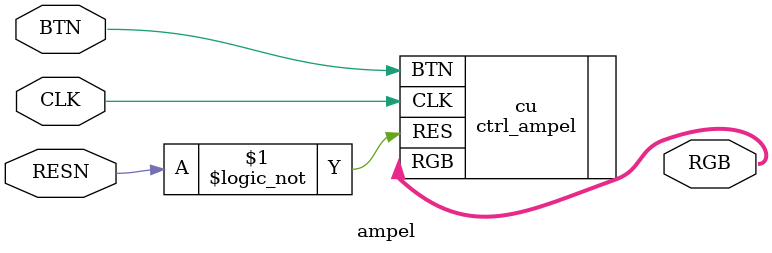
<source format=v>
module ampel(
    input BTN,
    input RESN,
    input CLK,
    output [2 : 0] RGB);
    
    //parameter CLOCK_SIGNALS = 32'd10; //for 2Hz
   parameter CLOCK_SIGNALS = 32'd500000000; //for 100 MHz

    //Instantiating the control unit which contains timer as well
    ctrl_ampel cu(.BTN(BTN), .RES(!RESN), .CLK(CLK), .RGB(RGB));
    defparam cu.CLOCK_SIGNALS = CLOCK_SIGNALS;
   
endmodule
</source>
